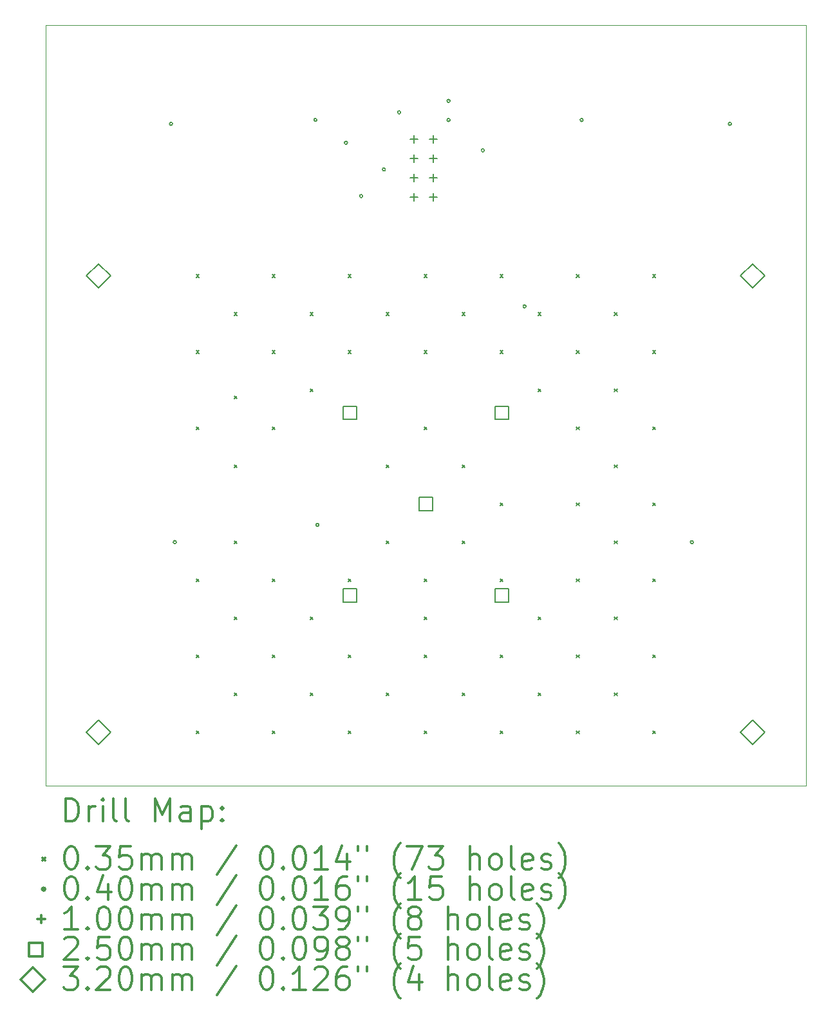
<source format=gbr>
%FSLAX45Y45*%
G04 Gerber Fmt 4.5, Leading zero omitted, Abs format (unit mm)*
G04 Created by KiCad (PCBNEW 4.0.7) date 06/11/18 22:56:20*
%MOMM*%
%LPD*%
G01*
G04 APERTURE LIST*
%ADD10C,0.127000*%
%ADD11C,0.100000*%
%ADD12C,0.200000*%
%ADD13C,0.300000*%
G04 APERTURE END LIST*
D10*
D11*
X10000000Y-5000000D02*
X10000000Y-15000000D01*
X20000000Y-5000000D02*
X10000000Y-5000000D01*
X20000000Y-15000000D02*
X20000000Y-5000000D01*
X10000000Y-15000000D02*
X20000000Y-15000000D01*
D12*
X11982500Y-8282500D02*
X12017500Y-8317500D01*
X12017500Y-8282500D02*
X11982500Y-8317500D01*
X11982500Y-9282500D02*
X12017500Y-9317500D01*
X12017500Y-9282500D02*
X11982500Y-9317500D01*
X11982500Y-10282500D02*
X12017500Y-10317500D01*
X12017500Y-10282500D02*
X11982500Y-10317500D01*
X11982500Y-12282500D02*
X12017500Y-12317500D01*
X12017500Y-12282500D02*
X11982500Y-12317500D01*
X11982500Y-13282500D02*
X12017500Y-13317500D01*
X12017500Y-13282500D02*
X11982500Y-13317500D01*
X11982500Y-14282500D02*
X12017500Y-14317500D01*
X12017500Y-14282500D02*
X11982500Y-14317500D01*
X12482500Y-8782500D02*
X12517500Y-8817500D01*
X12517500Y-8782500D02*
X12482500Y-8817500D01*
X12482500Y-9882500D02*
X12517500Y-9917500D01*
X12517500Y-9882500D02*
X12482500Y-9917500D01*
X12482500Y-10782500D02*
X12517500Y-10817500D01*
X12517500Y-10782500D02*
X12482500Y-10817500D01*
X12482500Y-11782500D02*
X12517500Y-11817500D01*
X12517500Y-11782500D02*
X12482500Y-11817500D01*
X12482500Y-12782500D02*
X12517500Y-12817500D01*
X12517500Y-12782500D02*
X12482500Y-12817500D01*
X12482500Y-13782500D02*
X12517500Y-13817500D01*
X12517500Y-13782500D02*
X12482500Y-13817500D01*
X12982500Y-8282500D02*
X13017500Y-8317500D01*
X13017500Y-8282500D02*
X12982500Y-8317500D01*
X12982500Y-9282500D02*
X13017500Y-9317500D01*
X13017500Y-9282500D02*
X12982500Y-9317500D01*
X12982500Y-10282500D02*
X13017500Y-10317500D01*
X13017500Y-10282500D02*
X12982500Y-10317500D01*
X12982500Y-12282500D02*
X13017500Y-12317500D01*
X13017500Y-12282500D02*
X12982500Y-12317500D01*
X12982500Y-13282500D02*
X13017500Y-13317500D01*
X13017500Y-13282500D02*
X12982500Y-13317500D01*
X12982500Y-14282500D02*
X13017500Y-14317500D01*
X13017500Y-14282500D02*
X12982500Y-14317500D01*
X13482500Y-8782500D02*
X13517500Y-8817500D01*
X13517500Y-8782500D02*
X13482500Y-8817500D01*
X13482500Y-9782500D02*
X13517500Y-9817500D01*
X13517500Y-9782500D02*
X13482500Y-9817500D01*
X13482500Y-12782500D02*
X13517500Y-12817500D01*
X13517500Y-12782500D02*
X13482500Y-12817500D01*
X13482500Y-13782500D02*
X13517500Y-13817500D01*
X13517500Y-13782500D02*
X13482500Y-13817500D01*
X13982500Y-8282500D02*
X14017500Y-8317500D01*
X14017500Y-8282500D02*
X13982500Y-8317500D01*
X13982500Y-9282500D02*
X14017500Y-9317500D01*
X14017500Y-9282500D02*
X13982500Y-9317500D01*
X13982500Y-12282500D02*
X14017500Y-12317500D01*
X14017500Y-12282500D02*
X13982500Y-12317500D01*
X13982500Y-13282500D02*
X14017500Y-13317500D01*
X14017500Y-13282500D02*
X13982500Y-13317500D01*
X13982500Y-13282500D02*
X14017500Y-13317500D01*
X14017500Y-13282500D02*
X13982500Y-13317500D01*
X13982500Y-14282500D02*
X14017500Y-14317500D01*
X14017500Y-14282500D02*
X13982500Y-14317500D01*
X14482500Y-8782500D02*
X14517500Y-8817500D01*
X14517500Y-8782500D02*
X14482500Y-8817500D01*
X14482500Y-10782500D02*
X14517500Y-10817500D01*
X14517500Y-10782500D02*
X14482500Y-10817500D01*
X14482500Y-11782500D02*
X14517500Y-11817500D01*
X14517500Y-11782500D02*
X14482500Y-11817500D01*
X14482500Y-13782500D02*
X14517500Y-13817500D01*
X14517500Y-13782500D02*
X14482500Y-13817500D01*
X14982500Y-8282500D02*
X15017500Y-8317500D01*
X15017500Y-8282500D02*
X14982500Y-8317500D01*
X14982500Y-9282500D02*
X15017500Y-9317500D01*
X15017500Y-9282500D02*
X14982500Y-9317500D01*
X14982500Y-10282500D02*
X15017500Y-10317500D01*
X15017500Y-10282500D02*
X14982500Y-10317500D01*
X14982500Y-12282500D02*
X15017500Y-12317500D01*
X15017500Y-12282500D02*
X14982500Y-12317500D01*
X14982500Y-12782500D02*
X15017500Y-12817500D01*
X15017500Y-12782500D02*
X14982500Y-12817500D01*
X14982500Y-13282500D02*
X15017500Y-13317500D01*
X15017500Y-13282500D02*
X14982500Y-13317500D01*
X14982500Y-14282500D02*
X15017500Y-14317500D01*
X15017500Y-14282500D02*
X14982500Y-14317500D01*
X15482500Y-8782500D02*
X15517500Y-8817500D01*
X15517500Y-8782500D02*
X15482500Y-8817500D01*
X15482500Y-10782500D02*
X15517500Y-10817500D01*
X15517500Y-10782500D02*
X15482500Y-10817500D01*
X15482500Y-11782500D02*
X15517500Y-11817500D01*
X15517500Y-11782500D02*
X15482500Y-11817500D01*
X15482500Y-13782500D02*
X15517500Y-13817500D01*
X15517500Y-13782500D02*
X15482500Y-13817500D01*
X15982500Y-8282500D02*
X16017500Y-8317500D01*
X16017500Y-8282500D02*
X15982500Y-8317500D01*
X15982500Y-9282500D02*
X16017500Y-9317500D01*
X16017500Y-9282500D02*
X15982500Y-9317500D01*
X15982500Y-11282500D02*
X16017500Y-11317500D01*
X16017500Y-11282500D02*
X15982500Y-11317500D01*
X15982500Y-12282500D02*
X16017500Y-12317500D01*
X16017500Y-12282500D02*
X15982500Y-12317500D01*
X15982500Y-13282500D02*
X16017500Y-13317500D01*
X16017500Y-13282500D02*
X15982500Y-13317500D01*
X15982500Y-14282500D02*
X16017500Y-14317500D01*
X16017500Y-14282500D02*
X15982500Y-14317500D01*
X16482500Y-8782500D02*
X16517500Y-8817500D01*
X16517500Y-8782500D02*
X16482500Y-8817500D01*
X16482500Y-9782500D02*
X16517500Y-9817500D01*
X16517500Y-9782500D02*
X16482500Y-9817500D01*
X16482500Y-12782500D02*
X16517500Y-12817500D01*
X16517500Y-12782500D02*
X16482500Y-12817500D01*
X16482500Y-13782500D02*
X16517500Y-13817500D01*
X16517500Y-13782500D02*
X16482500Y-13817500D01*
X16982500Y-8282500D02*
X17017500Y-8317500D01*
X17017500Y-8282500D02*
X16982500Y-8317500D01*
X16982500Y-9282500D02*
X17017500Y-9317500D01*
X17017500Y-9282500D02*
X16982500Y-9317500D01*
X16982500Y-10282500D02*
X17017500Y-10317500D01*
X17017500Y-10282500D02*
X16982500Y-10317500D01*
X16982500Y-11282500D02*
X17017500Y-11317500D01*
X17017500Y-11282500D02*
X16982500Y-11317500D01*
X16982500Y-12282500D02*
X17017500Y-12317500D01*
X17017500Y-12282500D02*
X16982500Y-12317500D01*
X16982500Y-13282500D02*
X17017500Y-13317500D01*
X17017500Y-13282500D02*
X16982500Y-13317500D01*
X16982500Y-14282500D02*
X17017500Y-14317500D01*
X17017500Y-14282500D02*
X16982500Y-14317500D01*
X17482500Y-8782500D02*
X17517500Y-8817500D01*
X17517500Y-8782500D02*
X17482500Y-8817500D01*
X17482500Y-9782500D02*
X17517500Y-9817500D01*
X17517500Y-9782500D02*
X17482500Y-9817500D01*
X17482500Y-10782500D02*
X17517500Y-10817500D01*
X17517500Y-10782500D02*
X17482500Y-10817500D01*
X17482500Y-11782500D02*
X17517500Y-11817500D01*
X17517500Y-11782500D02*
X17482500Y-11817500D01*
X17482500Y-12782500D02*
X17517500Y-12817500D01*
X17517500Y-12782500D02*
X17482500Y-12817500D01*
X17482500Y-13782500D02*
X17517500Y-13817500D01*
X17517500Y-13782500D02*
X17482500Y-13817500D01*
X17982500Y-8282500D02*
X18017500Y-8317500D01*
X18017500Y-8282500D02*
X17982500Y-8317500D01*
X17982500Y-9282500D02*
X18017500Y-9317500D01*
X18017500Y-9282500D02*
X17982500Y-9317500D01*
X17982500Y-10282500D02*
X18017500Y-10317500D01*
X18017500Y-10282500D02*
X17982500Y-10317500D01*
X17982500Y-11282500D02*
X18017500Y-11317500D01*
X18017500Y-11282500D02*
X17982500Y-11317500D01*
X17982500Y-12282500D02*
X18017500Y-12317500D01*
X18017500Y-12282500D02*
X17982500Y-12317500D01*
X17982500Y-13282500D02*
X18017500Y-13317500D01*
X18017500Y-13282500D02*
X17982500Y-13317500D01*
X17982500Y-14282500D02*
X18017500Y-14317500D01*
X18017500Y-14282500D02*
X17982500Y-14317500D01*
X11670000Y-6300000D02*
G75*
G03X11670000Y-6300000I-20000J0D01*
G01*
X11720000Y-11800000D02*
G75*
G03X11720000Y-11800000I-20000J0D01*
G01*
X13570000Y-6250000D02*
G75*
G03X13570000Y-6250000I-20000J0D01*
G01*
X13595000Y-11575000D02*
G75*
G03X13595000Y-11575000I-20000J0D01*
G01*
X13970000Y-6550000D02*
G75*
G03X13970000Y-6550000I-20000J0D01*
G01*
X14170000Y-7250000D02*
G75*
G03X14170000Y-7250000I-20000J0D01*
G01*
X14470000Y-6900000D02*
G75*
G03X14470000Y-6900000I-20000J0D01*
G01*
X14670000Y-6150000D02*
G75*
G03X14670000Y-6150000I-20000J0D01*
G01*
X15320000Y-6000000D02*
G75*
G03X15320000Y-6000000I-20000J0D01*
G01*
X15320000Y-6250000D02*
G75*
G03X15320000Y-6250000I-20000J0D01*
G01*
X15770000Y-6650000D02*
G75*
G03X15770000Y-6650000I-20000J0D01*
G01*
X16320000Y-8700000D02*
G75*
G03X16320000Y-8700000I-20000J0D01*
G01*
X17070000Y-6250000D02*
G75*
G03X17070000Y-6250000I-20000J0D01*
G01*
X18520000Y-11800000D02*
G75*
G03X18520000Y-11800000I-20000J0D01*
G01*
X19020000Y-6300000D02*
G75*
G03X19020000Y-6300000I-20000J0D01*
G01*
X14846000Y-6450000D02*
X14846000Y-6550000D01*
X14796000Y-6500000D02*
X14896000Y-6500000D01*
X14846000Y-6704000D02*
X14846000Y-6804000D01*
X14796000Y-6754000D02*
X14896000Y-6754000D01*
X14846000Y-6958000D02*
X14846000Y-7058000D01*
X14796000Y-7008000D02*
X14896000Y-7008000D01*
X14846000Y-7212000D02*
X14846000Y-7312000D01*
X14796000Y-7262000D02*
X14896000Y-7262000D01*
X15100000Y-6450000D02*
X15100000Y-6550000D01*
X15050000Y-6500000D02*
X15150000Y-6500000D01*
X15100000Y-6704000D02*
X15100000Y-6804000D01*
X15050000Y-6754000D02*
X15150000Y-6754000D01*
X15100000Y-6958000D02*
X15100000Y-7058000D01*
X15050000Y-7008000D02*
X15150000Y-7008000D01*
X15100000Y-7212000D02*
X15100000Y-7312000D01*
X15050000Y-7262000D02*
X15150000Y-7262000D01*
X14088389Y-10188389D02*
X14088389Y-10011611D01*
X13911611Y-10011611D01*
X13911611Y-10188389D01*
X14088389Y-10188389D01*
X14088389Y-12588389D02*
X14088389Y-12411611D01*
X13911611Y-12411611D01*
X13911611Y-12588389D01*
X14088389Y-12588389D01*
X15088389Y-11388389D02*
X15088389Y-11211611D01*
X14911611Y-11211611D01*
X14911611Y-11388389D01*
X15088389Y-11388389D01*
X16088389Y-10188389D02*
X16088389Y-10011611D01*
X15911611Y-10011611D01*
X15911611Y-10188389D01*
X16088389Y-10188389D01*
X16088389Y-12588389D02*
X16088389Y-12411611D01*
X15911611Y-12411611D01*
X15911611Y-12588389D01*
X16088389Y-12588389D01*
X10700000Y-8460000D02*
X10860000Y-8300000D01*
X10700000Y-8140000D01*
X10540000Y-8300000D01*
X10700000Y-8460000D01*
X10700000Y-14460000D02*
X10860000Y-14300000D01*
X10700000Y-14140000D01*
X10540000Y-14300000D01*
X10700000Y-14460000D01*
X19300000Y-8460000D02*
X19460000Y-8300000D01*
X19300000Y-8140000D01*
X19140000Y-8300000D01*
X19300000Y-8460000D01*
X19300000Y-14460000D02*
X19460000Y-14300000D01*
X19300000Y-14140000D01*
X19140000Y-14300000D01*
X19300000Y-14460000D01*
D13*
X10266429Y-15470714D02*
X10266429Y-15170714D01*
X10337857Y-15170714D01*
X10380714Y-15185000D01*
X10409286Y-15213571D01*
X10423571Y-15242143D01*
X10437857Y-15299286D01*
X10437857Y-15342143D01*
X10423571Y-15399286D01*
X10409286Y-15427857D01*
X10380714Y-15456429D01*
X10337857Y-15470714D01*
X10266429Y-15470714D01*
X10566429Y-15470714D02*
X10566429Y-15270714D01*
X10566429Y-15327857D02*
X10580714Y-15299286D01*
X10595000Y-15285000D01*
X10623571Y-15270714D01*
X10652143Y-15270714D01*
X10752143Y-15470714D02*
X10752143Y-15270714D01*
X10752143Y-15170714D02*
X10737857Y-15185000D01*
X10752143Y-15199286D01*
X10766429Y-15185000D01*
X10752143Y-15170714D01*
X10752143Y-15199286D01*
X10937857Y-15470714D02*
X10909286Y-15456429D01*
X10895000Y-15427857D01*
X10895000Y-15170714D01*
X11095000Y-15470714D02*
X11066429Y-15456429D01*
X11052143Y-15427857D01*
X11052143Y-15170714D01*
X11437857Y-15470714D02*
X11437857Y-15170714D01*
X11537857Y-15385000D01*
X11637857Y-15170714D01*
X11637857Y-15470714D01*
X11909286Y-15470714D02*
X11909286Y-15313571D01*
X11895000Y-15285000D01*
X11866428Y-15270714D01*
X11809286Y-15270714D01*
X11780714Y-15285000D01*
X11909286Y-15456429D02*
X11880714Y-15470714D01*
X11809286Y-15470714D01*
X11780714Y-15456429D01*
X11766428Y-15427857D01*
X11766428Y-15399286D01*
X11780714Y-15370714D01*
X11809286Y-15356429D01*
X11880714Y-15356429D01*
X11909286Y-15342143D01*
X12052143Y-15270714D02*
X12052143Y-15570714D01*
X12052143Y-15285000D02*
X12080714Y-15270714D01*
X12137857Y-15270714D01*
X12166428Y-15285000D01*
X12180714Y-15299286D01*
X12195000Y-15327857D01*
X12195000Y-15413571D01*
X12180714Y-15442143D01*
X12166428Y-15456429D01*
X12137857Y-15470714D01*
X12080714Y-15470714D01*
X12052143Y-15456429D01*
X12323571Y-15442143D02*
X12337857Y-15456429D01*
X12323571Y-15470714D01*
X12309286Y-15456429D01*
X12323571Y-15442143D01*
X12323571Y-15470714D01*
X12323571Y-15285000D02*
X12337857Y-15299286D01*
X12323571Y-15313571D01*
X12309286Y-15299286D01*
X12323571Y-15285000D01*
X12323571Y-15313571D01*
X9960000Y-15947500D02*
X9995000Y-15982500D01*
X9995000Y-15947500D02*
X9960000Y-15982500D01*
X10323571Y-15800714D02*
X10352143Y-15800714D01*
X10380714Y-15815000D01*
X10395000Y-15829286D01*
X10409286Y-15857857D01*
X10423571Y-15915000D01*
X10423571Y-15986429D01*
X10409286Y-16043571D01*
X10395000Y-16072143D01*
X10380714Y-16086429D01*
X10352143Y-16100714D01*
X10323571Y-16100714D01*
X10295000Y-16086429D01*
X10280714Y-16072143D01*
X10266429Y-16043571D01*
X10252143Y-15986429D01*
X10252143Y-15915000D01*
X10266429Y-15857857D01*
X10280714Y-15829286D01*
X10295000Y-15815000D01*
X10323571Y-15800714D01*
X10552143Y-16072143D02*
X10566429Y-16086429D01*
X10552143Y-16100714D01*
X10537857Y-16086429D01*
X10552143Y-16072143D01*
X10552143Y-16100714D01*
X10666428Y-15800714D02*
X10852143Y-15800714D01*
X10752143Y-15915000D01*
X10795000Y-15915000D01*
X10823571Y-15929286D01*
X10837857Y-15943571D01*
X10852143Y-15972143D01*
X10852143Y-16043571D01*
X10837857Y-16072143D01*
X10823571Y-16086429D01*
X10795000Y-16100714D01*
X10709286Y-16100714D01*
X10680714Y-16086429D01*
X10666428Y-16072143D01*
X11123571Y-15800714D02*
X10980714Y-15800714D01*
X10966429Y-15943571D01*
X10980714Y-15929286D01*
X11009286Y-15915000D01*
X11080714Y-15915000D01*
X11109286Y-15929286D01*
X11123571Y-15943571D01*
X11137857Y-15972143D01*
X11137857Y-16043571D01*
X11123571Y-16072143D01*
X11109286Y-16086429D01*
X11080714Y-16100714D01*
X11009286Y-16100714D01*
X10980714Y-16086429D01*
X10966429Y-16072143D01*
X11266428Y-16100714D02*
X11266428Y-15900714D01*
X11266428Y-15929286D02*
X11280714Y-15915000D01*
X11309286Y-15900714D01*
X11352143Y-15900714D01*
X11380714Y-15915000D01*
X11395000Y-15943571D01*
X11395000Y-16100714D01*
X11395000Y-15943571D02*
X11409286Y-15915000D01*
X11437857Y-15900714D01*
X11480714Y-15900714D01*
X11509286Y-15915000D01*
X11523571Y-15943571D01*
X11523571Y-16100714D01*
X11666428Y-16100714D02*
X11666428Y-15900714D01*
X11666428Y-15929286D02*
X11680714Y-15915000D01*
X11709286Y-15900714D01*
X11752143Y-15900714D01*
X11780714Y-15915000D01*
X11795000Y-15943571D01*
X11795000Y-16100714D01*
X11795000Y-15943571D02*
X11809286Y-15915000D01*
X11837857Y-15900714D01*
X11880714Y-15900714D01*
X11909286Y-15915000D01*
X11923571Y-15943571D01*
X11923571Y-16100714D01*
X12509286Y-15786429D02*
X12252143Y-16172143D01*
X12895000Y-15800714D02*
X12923571Y-15800714D01*
X12952143Y-15815000D01*
X12966428Y-15829286D01*
X12980714Y-15857857D01*
X12995000Y-15915000D01*
X12995000Y-15986429D01*
X12980714Y-16043571D01*
X12966428Y-16072143D01*
X12952143Y-16086429D01*
X12923571Y-16100714D01*
X12895000Y-16100714D01*
X12866428Y-16086429D01*
X12852143Y-16072143D01*
X12837857Y-16043571D01*
X12823571Y-15986429D01*
X12823571Y-15915000D01*
X12837857Y-15857857D01*
X12852143Y-15829286D01*
X12866428Y-15815000D01*
X12895000Y-15800714D01*
X13123571Y-16072143D02*
X13137857Y-16086429D01*
X13123571Y-16100714D01*
X13109286Y-16086429D01*
X13123571Y-16072143D01*
X13123571Y-16100714D01*
X13323571Y-15800714D02*
X13352143Y-15800714D01*
X13380714Y-15815000D01*
X13395000Y-15829286D01*
X13409285Y-15857857D01*
X13423571Y-15915000D01*
X13423571Y-15986429D01*
X13409285Y-16043571D01*
X13395000Y-16072143D01*
X13380714Y-16086429D01*
X13352143Y-16100714D01*
X13323571Y-16100714D01*
X13295000Y-16086429D01*
X13280714Y-16072143D01*
X13266428Y-16043571D01*
X13252143Y-15986429D01*
X13252143Y-15915000D01*
X13266428Y-15857857D01*
X13280714Y-15829286D01*
X13295000Y-15815000D01*
X13323571Y-15800714D01*
X13709285Y-16100714D02*
X13537857Y-16100714D01*
X13623571Y-16100714D02*
X13623571Y-15800714D01*
X13595000Y-15843571D01*
X13566428Y-15872143D01*
X13537857Y-15886429D01*
X13966428Y-15900714D02*
X13966428Y-16100714D01*
X13895000Y-15786429D02*
X13823571Y-16000714D01*
X14009285Y-16000714D01*
X14109286Y-15800714D02*
X14109286Y-15857857D01*
X14223571Y-15800714D02*
X14223571Y-15857857D01*
X14666428Y-16215000D02*
X14652143Y-16200714D01*
X14623571Y-16157857D01*
X14609285Y-16129286D01*
X14595000Y-16086429D01*
X14580714Y-16015000D01*
X14580714Y-15957857D01*
X14595000Y-15886429D01*
X14609285Y-15843571D01*
X14623571Y-15815000D01*
X14652143Y-15772143D01*
X14666428Y-15757857D01*
X14752143Y-15800714D02*
X14952143Y-15800714D01*
X14823571Y-16100714D01*
X15037857Y-15800714D02*
X15223571Y-15800714D01*
X15123571Y-15915000D01*
X15166428Y-15915000D01*
X15195000Y-15929286D01*
X15209285Y-15943571D01*
X15223571Y-15972143D01*
X15223571Y-16043571D01*
X15209285Y-16072143D01*
X15195000Y-16086429D01*
X15166428Y-16100714D01*
X15080714Y-16100714D01*
X15052143Y-16086429D01*
X15037857Y-16072143D01*
X15580714Y-16100714D02*
X15580714Y-15800714D01*
X15709285Y-16100714D02*
X15709285Y-15943571D01*
X15695000Y-15915000D01*
X15666428Y-15900714D01*
X15623571Y-15900714D01*
X15595000Y-15915000D01*
X15580714Y-15929286D01*
X15895000Y-16100714D02*
X15866428Y-16086429D01*
X15852143Y-16072143D01*
X15837857Y-16043571D01*
X15837857Y-15957857D01*
X15852143Y-15929286D01*
X15866428Y-15915000D01*
X15895000Y-15900714D01*
X15937857Y-15900714D01*
X15966428Y-15915000D01*
X15980714Y-15929286D01*
X15995000Y-15957857D01*
X15995000Y-16043571D01*
X15980714Y-16072143D01*
X15966428Y-16086429D01*
X15937857Y-16100714D01*
X15895000Y-16100714D01*
X16166428Y-16100714D02*
X16137857Y-16086429D01*
X16123571Y-16057857D01*
X16123571Y-15800714D01*
X16395000Y-16086429D02*
X16366428Y-16100714D01*
X16309286Y-16100714D01*
X16280714Y-16086429D01*
X16266428Y-16057857D01*
X16266428Y-15943571D01*
X16280714Y-15915000D01*
X16309286Y-15900714D01*
X16366428Y-15900714D01*
X16395000Y-15915000D01*
X16409286Y-15943571D01*
X16409286Y-15972143D01*
X16266428Y-16000714D01*
X16523571Y-16086429D02*
X16552143Y-16100714D01*
X16609286Y-16100714D01*
X16637857Y-16086429D01*
X16652143Y-16057857D01*
X16652143Y-16043571D01*
X16637857Y-16015000D01*
X16609286Y-16000714D01*
X16566428Y-16000714D01*
X16537857Y-15986429D01*
X16523571Y-15957857D01*
X16523571Y-15943571D01*
X16537857Y-15915000D01*
X16566428Y-15900714D01*
X16609286Y-15900714D01*
X16637857Y-15915000D01*
X16752143Y-16215000D02*
X16766428Y-16200714D01*
X16795000Y-16157857D01*
X16809286Y-16129286D01*
X16823571Y-16086429D01*
X16837857Y-16015000D01*
X16837857Y-15957857D01*
X16823571Y-15886429D01*
X16809286Y-15843571D01*
X16795000Y-15815000D01*
X16766428Y-15772143D01*
X16752143Y-15757857D01*
X9995000Y-16361000D02*
G75*
G03X9995000Y-16361000I-20000J0D01*
G01*
X10323571Y-16196714D02*
X10352143Y-16196714D01*
X10380714Y-16211000D01*
X10395000Y-16225286D01*
X10409286Y-16253857D01*
X10423571Y-16311000D01*
X10423571Y-16382429D01*
X10409286Y-16439571D01*
X10395000Y-16468143D01*
X10380714Y-16482429D01*
X10352143Y-16496714D01*
X10323571Y-16496714D01*
X10295000Y-16482429D01*
X10280714Y-16468143D01*
X10266429Y-16439571D01*
X10252143Y-16382429D01*
X10252143Y-16311000D01*
X10266429Y-16253857D01*
X10280714Y-16225286D01*
X10295000Y-16211000D01*
X10323571Y-16196714D01*
X10552143Y-16468143D02*
X10566429Y-16482429D01*
X10552143Y-16496714D01*
X10537857Y-16482429D01*
X10552143Y-16468143D01*
X10552143Y-16496714D01*
X10823571Y-16296714D02*
X10823571Y-16496714D01*
X10752143Y-16182429D02*
X10680714Y-16396714D01*
X10866428Y-16396714D01*
X11037857Y-16196714D02*
X11066429Y-16196714D01*
X11095000Y-16211000D01*
X11109286Y-16225286D01*
X11123571Y-16253857D01*
X11137857Y-16311000D01*
X11137857Y-16382429D01*
X11123571Y-16439571D01*
X11109286Y-16468143D01*
X11095000Y-16482429D01*
X11066429Y-16496714D01*
X11037857Y-16496714D01*
X11009286Y-16482429D01*
X10995000Y-16468143D01*
X10980714Y-16439571D01*
X10966429Y-16382429D01*
X10966429Y-16311000D01*
X10980714Y-16253857D01*
X10995000Y-16225286D01*
X11009286Y-16211000D01*
X11037857Y-16196714D01*
X11266428Y-16496714D02*
X11266428Y-16296714D01*
X11266428Y-16325286D02*
X11280714Y-16311000D01*
X11309286Y-16296714D01*
X11352143Y-16296714D01*
X11380714Y-16311000D01*
X11395000Y-16339571D01*
X11395000Y-16496714D01*
X11395000Y-16339571D02*
X11409286Y-16311000D01*
X11437857Y-16296714D01*
X11480714Y-16296714D01*
X11509286Y-16311000D01*
X11523571Y-16339571D01*
X11523571Y-16496714D01*
X11666428Y-16496714D02*
X11666428Y-16296714D01*
X11666428Y-16325286D02*
X11680714Y-16311000D01*
X11709286Y-16296714D01*
X11752143Y-16296714D01*
X11780714Y-16311000D01*
X11795000Y-16339571D01*
X11795000Y-16496714D01*
X11795000Y-16339571D02*
X11809286Y-16311000D01*
X11837857Y-16296714D01*
X11880714Y-16296714D01*
X11909286Y-16311000D01*
X11923571Y-16339571D01*
X11923571Y-16496714D01*
X12509286Y-16182429D02*
X12252143Y-16568143D01*
X12895000Y-16196714D02*
X12923571Y-16196714D01*
X12952143Y-16211000D01*
X12966428Y-16225286D01*
X12980714Y-16253857D01*
X12995000Y-16311000D01*
X12995000Y-16382429D01*
X12980714Y-16439571D01*
X12966428Y-16468143D01*
X12952143Y-16482429D01*
X12923571Y-16496714D01*
X12895000Y-16496714D01*
X12866428Y-16482429D01*
X12852143Y-16468143D01*
X12837857Y-16439571D01*
X12823571Y-16382429D01*
X12823571Y-16311000D01*
X12837857Y-16253857D01*
X12852143Y-16225286D01*
X12866428Y-16211000D01*
X12895000Y-16196714D01*
X13123571Y-16468143D02*
X13137857Y-16482429D01*
X13123571Y-16496714D01*
X13109286Y-16482429D01*
X13123571Y-16468143D01*
X13123571Y-16496714D01*
X13323571Y-16196714D02*
X13352143Y-16196714D01*
X13380714Y-16211000D01*
X13395000Y-16225286D01*
X13409285Y-16253857D01*
X13423571Y-16311000D01*
X13423571Y-16382429D01*
X13409285Y-16439571D01*
X13395000Y-16468143D01*
X13380714Y-16482429D01*
X13352143Y-16496714D01*
X13323571Y-16496714D01*
X13295000Y-16482429D01*
X13280714Y-16468143D01*
X13266428Y-16439571D01*
X13252143Y-16382429D01*
X13252143Y-16311000D01*
X13266428Y-16253857D01*
X13280714Y-16225286D01*
X13295000Y-16211000D01*
X13323571Y-16196714D01*
X13709285Y-16496714D02*
X13537857Y-16496714D01*
X13623571Y-16496714D02*
X13623571Y-16196714D01*
X13595000Y-16239571D01*
X13566428Y-16268143D01*
X13537857Y-16282429D01*
X13966428Y-16196714D02*
X13909285Y-16196714D01*
X13880714Y-16211000D01*
X13866428Y-16225286D01*
X13837857Y-16268143D01*
X13823571Y-16325286D01*
X13823571Y-16439571D01*
X13837857Y-16468143D01*
X13852143Y-16482429D01*
X13880714Y-16496714D01*
X13937857Y-16496714D01*
X13966428Y-16482429D01*
X13980714Y-16468143D01*
X13995000Y-16439571D01*
X13995000Y-16368143D01*
X13980714Y-16339571D01*
X13966428Y-16325286D01*
X13937857Y-16311000D01*
X13880714Y-16311000D01*
X13852143Y-16325286D01*
X13837857Y-16339571D01*
X13823571Y-16368143D01*
X14109286Y-16196714D02*
X14109286Y-16253857D01*
X14223571Y-16196714D02*
X14223571Y-16253857D01*
X14666428Y-16611000D02*
X14652143Y-16596714D01*
X14623571Y-16553857D01*
X14609285Y-16525286D01*
X14595000Y-16482429D01*
X14580714Y-16411000D01*
X14580714Y-16353857D01*
X14595000Y-16282429D01*
X14609285Y-16239571D01*
X14623571Y-16211000D01*
X14652143Y-16168143D01*
X14666428Y-16153857D01*
X14937857Y-16496714D02*
X14766428Y-16496714D01*
X14852143Y-16496714D02*
X14852143Y-16196714D01*
X14823571Y-16239571D01*
X14795000Y-16268143D01*
X14766428Y-16282429D01*
X15209285Y-16196714D02*
X15066428Y-16196714D01*
X15052143Y-16339571D01*
X15066428Y-16325286D01*
X15095000Y-16311000D01*
X15166428Y-16311000D01*
X15195000Y-16325286D01*
X15209285Y-16339571D01*
X15223571Y-16368143D01*
X15223571Y-16439571D01*
X15209285Y-16468143D01*
X15195000Y-16482429D01*
X15166428Y-16496714D01*
X15095000Y-16496714D01*
X15066428Y-16482429D01*
X15052143Y-16468143D01*
X15580714Y-16496714D02*
X15580714Y-16196714D01*
X15709285Y-16496714D02*
X15709285Y-16339571D01*
X15695000Y-16311000D01*
X15666428Y-16296714D01*
X15623571Y-16296714D01*
X15595000Y-16311000D01*
X15580714Y-16325286D01*
X15895000Y-16496714D02*
X15866428Y-16482429D01*
X15852143Y-16468143D01*
X15837857Y-16439571D01*
X15837857Y-16353857D01*
X15852143Y-16325286D01*
X15866428Y-16311000D01*
X15895000Y-16296714D01*
X15937857Y-16296714D01*
X15966428Y-16311000D01*
X15980714Y-16325286D01*
X15995000Y-16353857D01*
X15995000Y-16439571D01*
X15980714Y-16468143D01*
X15966428Y-16482429D01*
X15937857Y-16496714D01*
X15895000Y-16496714D01*
X16166428Y-16496714D02*
X16137857Y-16482429D01*
X16123571Y-16453857D01*
X16123571Y-16196714D01*
X16395000Y-16482429D02*
X16366428Y-16496714D01*
X16309286Y-16496714D01*
X16280714Y-16482429D01*
X16266428Y-16453857D01*
X16266428Y-16339571D01*
X16280714Y-16311000D01*
X16309286Y-16296714D01*
X16366428Y-16296714D01*
X16395000Y-16311000D01*
X16409286Y-16339571D01*
X16409286Y-16368143D01*
X16266428Y-16396714D01*
X16523571Y-16482429D02*
X16552143Y-16496714D01*
X16609286Y-16496714D01*
X16637857Y-16482429D01*
X16652143Y-16453857D01*
X16652143Y-16439571D01*
X16637857Y-16411000D01*
X16609286Y-16396714D01*
X16566428Y-16396714D01*
X16537857Y-16382429D01*
X16523571Y-16353857D01*
X16523571Y-16339571D01*
X16537857Y-16311000D01*
X16566428Y-16296714D01*
X16609286Y-16296714D01*
X16637857Y-16311000D01*
X16752143Y-16611000D02*
X16766428Y-16596714D01*
X16795000Y-16553857D01*
X16809286Y-16525286D01*
X16823571Y-16482429D01*
X16837857Y-16411000D01*
X16837857Y-16353857D01*
X16823571Y-16282429D01*
X16809286Y-16239571D01*
X16795000Y-16211000D01*
X16766428Y-16168143D01*
X16752143Y-16153857D01*
X9945000Y-16707000D02*
X9945000Y-16807000D01*
X9895000Y-16757000D02*
X9995000Y-16757000D01*
X10423571Y-16892714D02*
X10252143Y-16892714D01*
X10337857Y-16892714D02*
X10337857Y-16592714D01*
X10309286Y-16635571D01*
X10280714Y-16664143D01*
X10252143Y-16678429D01*
X10552143Y-16864143D02*
X10566429Y-16878429D01*
X10552143Y-16892714D01*
X10537857Y-16878429D01*
X10552143Y-16864143D01*
X10552143Y-16892714D01*
X10752143Y-16592714D02*
X10780714Y-16592714D01*
X10809286Y-16607000D01*
X10823571Y-16621286D01*
X10837857Y-16649857D01*
X10852143Y-16707000D01*
X10852143Y-16778429D01*
X10837857Y-16835572D01*
X10823571Y-16864143D01*
X10809286Y-16878429D01*
X10780714Y-16892714D01*
X10752143Y-16892714D01*
X10723571Y-16878429D01*
X10709286Y-16864143D01*
X10695000Y-16835572D01*
X10680714Y-16778429D01*
X10680714Y-16707000D01*
X10695000Y-16649857D01*
X10709286Y-16621286D01*
X10723571Y-16607000D01*
X10752143Y-16592714D01*
X11037857Y-16592714D02*
X11066429Y-16592714D01*
X11095000Y-16607000D01*
X11109286Y-16621286D01*
X11123571Y-16649857D01*
X11137857Y-16707000D01*
X11137857Y-16778429D01*
X11123571Y-16835572D01*
X11109286Y-16864143D01*
X11095000Y-16878429D01*
X11066429Y-16892714D01*
X11037857Y-16892714D01*
X11009286Y-16878429D01*
X10995000Y-16864143D01*
X10980714Y-16835572D01*
X10966429Y-16778429D01*
X10966429Y-16707000D01*
X10980714Y-16649857D01*
X10995000Y-16621286D01*
X11009286Y-16607000D01*
X11037857Y-16592714D01*
X11266428Y-16892714D02*
X11266428Y-16692714D01*
X11266428Y-16721286D02*
X11280714Y-16707000D01*
X11309286Y-16692714D01*
X11352143Y-16692714D01*
X11380714Y-16707000D01*
X11395000Y-16735571D01*
X11395000Y-16892714D01*
X11395000Y-16735571D02*
X11409286Y-16707000D01*
X11437857Y-16692714D01*
X11480714Y-16692714D01*
X11509286Y-16707000D01*
X11523571Y-16735571D01*
X11523571Y-16892714D01*
X11666428Y-16892714D02*
X11666428Y-16692714D01*
X11666428Y-16721286D02*
X11680714Y-16707000D01*
X11709286Y-16692714D01*
X11752143Y-16692714D01*
X11780714Y-16707000D01*
X11795000Y-16735571D01*
X11795000Y-16892714D01*
X11795000Y-16735571D02*
X11809286Y-16707000D01*
X11837857Y-16692714D01*
X11880714Y-16692714D01*
X11909286Y-16707000D01*
X11923571Y-16735571D01*
X11923571Y-16892714D01*
X12509286Y-16578429D02*
X12252143Y-16964143D01*
X12895000Y-16592714D02*
X12923571Y-16592714D01*
X12952143Y-16607000D01*
X12966428Y-16621286D01*
X12980714Y-16649857D01*
X12995000Y-16707000D01*
X12995000Y-16778429D01*
X12980714Y-16835572D01*
X12966428Y-16864143D01*
X12952143Y-16878429D01*
X12923571Y-16892714D01*
X12895000Y-16892714D01*
X12866428Y-16878429D01*
X12852143Y-16864143D01*
X12837857Y-16835572D01*
X12823571Y-16778429D01*
X12823571Y-16707000D01*
X12837857Y-16649857D01*
X12852143Y-16621286D01*
X12866428Y-16607000D01*
X12895000Y-16592714D01*
X13123571Y-16864143D02*
X13137857Y-16878429D01*
X13123571Y-16892714D01*
X13109286Y-16878429D01*
X13123571Y-16864143D01*
X13123571Y-16892714D01*
X13323571Y-16592714D02*
X13352143Y-16592714D01*
X13380714Y-16607000D01*
X13395000Y-16621286D01*
X13409285Y-16649857D01*
X13423571Y-16707000D01*
X13423571Y-16778429D01*
X13409285Y-16835572D01*
X13395000Y-16864143D01*
X13380714Y-16878429D01*
X13352143Y-16892714D01*
X13323571Y-16892714D01*
X13295000Y-16878429D01*
X13280714Y-16864143D01*
X13266428Y-16835572D01*
X13252143Y-16778429D01*
X13252143Y-16707000D01*
X13266428Y-16649857D01*
X13280714Y-16621286D01*
X13295000Y-16607000D01*
X13323571Y-16592714D01*
X13523571Y-16592714D02*
X13709285Y-16592714D01*
X13609285Y-16707000D01*
X13652143Y-16707000D01*
X13680714Y-16721286D01*
X13695000Y-16735571D01*
X13709285Y-16764143D01*
X13709285Y-16835572D01*
X13695000Y-16864143D01*
X13680714Y-16878429D01*
X13652143Y-16892714D01*
X13566428Y-16892714D01*
X13537857Y-16878429D01*
X13523571Y-16864143D01*
X13852143Y-16892714D02*
X13909285Y-16892714D01*
X13937857Y-16878429D01*
X13952143Y-16864143D01*
X13980714Y-16821286D01*
X13995000Y-16764143D01*
X13995000Y-16649857D01*
X13980714Y-16621286D01*
X13966428Y-16607000D01*
X13937857Y-16592714D01*
X13880714Y-16592714D01*
X13852143Y-16607000D01*
X13837857Y-16621286D01*
X13823571Y-16649857D01*
X13823571Y-16721286D01*
X13837857Y-16749857D01*
X13852143Y-16764143D01*
X13880714Y-16778429D01*
X13937857Y-16778429D01*
X13966428Y-16764143D01*
X13980714Y-16749857D01*
X13995000Y-16721286D01*
X14109286Y-16592714D02*
X14109286Y-16649857D01*
X14223571Y-16592714D02*
X14223571Y-16649857D01*
X14666428Y-17007000D02*
X14652143Y-16992714D01*
X14623571Y-16949857D01*
X14609285Y-16921286D01*
X14595000Y-16878429D01*
X14580714Y-16807000D01*
X14580714Y-16749857D01*
X14595000Y-16678429D01*
X14609285Y-16635571D01*
X14623571Y-16607000D01*
X14652143Y-16564143D01*
X14666428Y-16549857D01*
X14823571Y-16721286D02*
X14795000Y-16707000D01*
X14780714Y-16692714D01*
X14766428Y-16664143D01*
X14766428Y-16649857D01*
X14780714Y-16621286D01*
X14795000Y-16607000D01*
X14823571Y-16592714D01*
X14880714Y-16592714D01*
X14909285Y-16607000D01*
X14923571Y-16621286D01*
X14937857Y-16649857D01*
X14937857Y-16664143D01*
X14923571Y-16692714D01*
X14909285Y-16707000D01*
X14880714Y-16721286D01*
X14823571Y-16721286D01*
X14795000Y-16735571D01*
X14780714Y-16749857D01*
X14766428Y-16778429D01*
X14766428Y-16835572D01*
X14780714Y-16864143D01*
X14795000Y-16878429D01*
X14823571Y-16892714D01*
X14880714Y-16892714D01*
X14909285Y-16878429D01*
X14923571Y-16864143D01*
X14937857Y-16835572D01*
X14937857Y-16778429D01*
X14923571Y-16749857D01*
X14909285Y-16735571D01*
X14880714Y-16721286D01*
X15295000Y-16892714D02*
X15295000Y-16592714D01*
X15423571Y-16892714D02*
X15423571Y-16735571D01*
X15409285Y-16707000D01*
X15380714Y-16692714D01*
X15337857Y-16692714D01*
X15309285Y-16707000D01*
X15295000Y-16721286D01*
X15609285Y-16892714D02*
X15580714Y-16878429D01*
X15566428Y-16864143D01*
X15552143Y-16835572D01*
X15552143Y-16749857D01*
X15566428Y-16721286D01*
X15580714Y-16707000D01*
X15609285Y-16692714D01*
X15652143Y-16692714D01*
X15680714Y-16707000D01*
X15695000Y-16721286D01*
X15709285Y-16749857D01*
X15709285Y-16835572D01*
X15695000Y-16864143D01*
X15680714Y-16878429D01*
X15652143Y-16892714D01*
X15609285Y-16892714D01*
X15880714Y-16892714D02*
X15852143Y-16878429D01*
X15837857Y-16849857D01*
X15837857Y-16592714D01*
X16109286Y-16878429D02*
X16080714Y-16892714D01*
X16023571Y-16892714D01*
X15995000Y-16878429D01*
X15980714Y-16849857D01*
X15980714Y-16735571D01*
X15995000Y-16707000D01*
X16023571Y-16692714D01*
X16080714Y-16692714D01*
X16109286Y-16707000D01*
X16123571Y-16735571D01*
X16123571Y-16764143D01*
X15980714Y-16792714D01*
X16237857Y-16878429D02*
X16266428Y-16892714D01*
X16323571Y-16892714D01*
X16352143Y-16878429D01*
X16366428Y-16849857D01*
X16366428Y-16835572D01*
X16352143Y-16807000D01*
X16323571Y-16792714D01*
X16280714Y-16792714D01*
X16252143Y-16778429D01*
X16237857Y-16749857D01*
X16237857Y-16735571D01*
X16252143Y-16707000D01*
X16280714Y-16692714D01*
X16323571Y-16692714D01*
X16352143Y-16707000D01*
X16466428Y-17007000D02*
X16480714Y-16992714D01*
X16509286Y-16949857D01*
X16523571Y-16921286D01*
X16537857Y-16878429D01*
X16552143Y-16807000D01*
X16552143Y-16749857D01*
X16537857Y-16678429D01*
X16523571Y-16635571D01*
X16509286Y-16607000D01*
X16480714Y-16564143D01*
X16466428Y-16549857D01*
X9958389Y-17241389D02*
X9958389Y-17064611D01*
X9781611Y-17064611D01*
X9781611Y-17241389D01*
X9958389Y-17241389D01*
X10252143Y-17017286D02*
X10266429Y-17003000D01*
X10295000Y-16988714D01*
X10366429Y-16988714D01*
X10395000Y-17003000D01*
X10409286Y-17017286D01*
X10423571Y-17045857D01*
X10423571Y-17074429D01*
X10409286Y-17117286D01*
X10237857Y-17288714D01*
X10423571Y-17288714D01*
X10552143Y-17260143D02*
X10566429Y-17274429D01*
X10552143Y-17288714D01*
X10537857Y-17274429D01*
X10552143Y-17260143D01*
X10552143Y-17288714D01*
X10837857Y-16988714D02*
X10695000Y-16988714D01*
X10680714Y-17131572D01*
X10695000Y-17117286D01*
X10723571Y-17103000D01*
X10795000Y-17103000D01*
X10823571Y-17117286D01*
X10837857Y-17131572D01*
X10852143Y-17160143D01*
X10852143Y-17231572D01*
X10837857Y-17260143D01*
X10823571Y-17274429D01*
X10795000Y-17288714D01*
X10723571Y-17288714D01*
X10695000Y-17274429D01*
X10680714Y-17260143D01*
X11037857Y-16988714D02*
X11066429Y-16988714D01*
X11095000Y-17003000D01*
X11109286Y-17017286D01*
X11123571Y-17045857D01*
X11137857Y-17103000D01*
X11137857Y-17174429D01*
X11123571Y-17231572D01*
X11109286Y-17260143D01*
X11095000Y-17274429D01*
X11066429Y-17288714D01*
X11037857Y-17288714D01*
X11009286Y-17274429D01*
X10995000Y-17260143D01*
X10980714Y-17231572D01*
X10966429Y-17174429D01*
X10966429Y-17103000D01*
X10980714Y-17045857D01*
X10995000Y-17017286D01*
X11009286Y-17003000D01*
X11037857Y-16988714D01*
X11266428Y-17288714D02*
X11266428Y-17088714D01*
X11266428Y-17117286D02*
X11280714Y-17103000D01*
X11309286Y-17088714D01*
X11352143Y-17088714D01*
X11380714Y-17103000D01*
X11395000Y-17131572D01*
X11395000Y-17288714D01*
X11395000Y-17131572D02*
X11409286Y-17103000D01*
X11437857Y-17088714D01*
X11480714Y-17088714D01*
X11509286Y-17103000D01*
X11523571Y-17131572D01*
X11523571Y-17288714D01*
X11666428Y-17288714D02*
X11666428Y-17088714D01*
X11666428Y-17117286D02*
X11680714Y-17103000D01*
X11709286Y-17088714D01*
X11752143Y-17088714D01*
X11780714Y-17103000D01*
X11795000Y-17131572D01*
X11795000Y-17288714D01*
X11795000Y-17131572D02*
X11809286Y-17103000D01*
X11837857Y-17088714D01*
X11880714Y-17088714D01*
X11909286Y-17103000D01*
X11923571Y-17131572D01*
X11923571Y-17288714D01*
X12509286Y-16974429D02*
X12252143Y-17360143D01*
X12895000Y-16988714D02*
X12923571Y-16988714D01*
X12952143Y-17003000D01*
X12966428Y-17017286D01*
X12980714Y-17045857D01*
X12995000Y-17103000D01*
X12995000Y-17174429D01*
X12980714Y-17231572D01*
X12966428Y-17260143D01*
X12952143Y-17274429D01*
X12923571Y-17288714D01*
X12895000Y-17288714D01*
X12866428Y-17274429D01*
X12852143Y-17260143D01*
X12837857Y-17231572D01*
X12823571Y-17174429D01*
X12823571Y-17103000D01*
X12837857Y-17045857D01*
X12852143Y-17017286D01*
X12866428Y-17003000D01*
X12895000Y-16988714D01*
X13123571Y-17260143D02*
X13137857Y-17274429D01*
X13123571Y-17288714D01*
X13109286Y-17274429D01*
X13123571Y-17260143D01*
X13123571Y-17288714D01*
X13323571Y-16988714D02*
X13352143Y-16988714D01*
X13380714Y-17003000D01*
X13395000Y-17017286D01*
X13409285Y-17045857D01*
X13423571Y-17103000D01*
X13423571Y-17174429D01*
X13409285Y-17231572D01*
X13395000Y-17260143D01*
X13380714Y-17274429D01*
X13352143Y-17288714D01*
X13323571Y-17288714D01*
X13295000Y-17274429D01*
X13280714Y-17260143D01*
X13266428Y-17231572D01*
X13252143Y-17174429D01*
X13252143Y-17103000D01*
X13266428Y-17045857D01*
X13280714Y-17017286D01*
X13295000Y-17003000D01*
X13323571Y-16988714D01*
X13566428Y-17288714D02*
X13623571Y-17288714D01*
X13652143Y-17274429D01*
X13666428Y-17260143D01*
X13695000Y-17217286D01*
X13709285Y-17160143D01*
X13709285Y-17045857D01*
X13695000Y-17017286D01*
X13680714Y-17003000D01*
X13652143Y-16988714D01*
X13595000Y-16988714D01*
X13566428Y-17003000D01*
X13552143Y-17017286D01*
X13537857Y-17045857D01*
X13537857Y-17117286D01*
X13552143Y-17145857D01*
X13566428Y-17160143D01*
X13595000Y-17174429D01*
X13652143Y-17174429D01*
X13680714Y-17160143D01*
X13695000Y-17145857D01*
X13709285Y-17117286D01*
X13880714Y-17117286D02*
X13852143Y-17103000D01*
X13837857Y-17088714D01*
X13823571Y-17060143D01*
X13823571Y-17045857D01*
X13837857Y-17017286D01*
X13852143Y-17003000D01*
X13880714Y-16988714D01*
X13937857Y-16988714D01*
X13966428Y-17003000D01*
X13980714Y-17017286D01*
X13995000Y-17045857D01*
X13995000Y-17060143D01*
X13980714Y-17088714D01*
X13966428Y-17103000D01*
X13937857Y-17117286D01*
X13880714Y-17117286D01*
X13852143Y-17131572D01*
X13837857Y-17145857D01*
X13823571Y-17174429D01*
X13823571Y-17231572D01*
X13837857Y-17260143D01*
X13852143Y-17274429D01*
X13880714Y-17288714D01*
X13937857Y-17288714D01*
X13966428Y-17274429D01*
X13980714Y-17260143D01*
X13995000Y-17231572D01*
X13995000Y-17174429D01*
X13980714Y-17145857D01*
X13966428Y-17131572D01*
X13937857Y-17117286D01*
X14109286Y-16988714D02*
X14109286Y-17045857D01*
X14223571Y-16988714D02*
X14223571Y-17045857D01*
X14666428Y-17403000D02*
X14652143Y-17388714D01*
X14623571Y-17345857D01*
X14609285Y-17317286D01*
X14595000Y-17274429D01*
X14580714Y-17203000D01*
X14580714Y-17145857D01*
X14595000Y-17074429D01*
X14609285Y-17031572D01*
X14623571Y-17003000D01*
X14652143Y-16960143D01*
X14666428Y-16945857D01*
X14923571Y-16988714D02*
X14780714Y-16988714D01*
X14766428Y-17131572D01*
X14780714Y-17117286D01*
X14809285Y-17103000D01*
X14880714Y-17103000D01*
X14909285Y-17117286D01*
X14923571Y-17131572D01*
X14937857Y-17160143D01*
X14937857Y-17231572D01*
X14923571Y-17260143D01*
X14909285Y-17274429D01*
X14880714Y-17288714D01*
X14809285Y-17288714D01*
X14780714Y-17274429D01*
X14766428Y-17260143D01*
X15295000Y-17288714D02*
X15295000Y-16988714D01*
X15423571Y-17288714D02*
X15423571Y-17131572D01*
X15409285Y-17103000D01*
X15380714Y-17088714D01*
X15337857Y-17088714D01*
X15309285Y-17103000D01*
X15295000Y-17117286D01*
X15609285Y-17288714D02*
X15580714Y-17274429D01*
X15566428Y-17260143D01*
X15552143Y-17231572D01*
X15552143Y-17145857D01*
X15566428Y-17117286D01*
X15580714Y-17103000D01*
X15609285Y-17088714D01*
X15652143Y-17088714D01*
X15680714Y-17103000D01*
X15695000Y-17117286D01*
X15709285Y-17145857D01*
X15709285Y-17231572D01*
X15695000Y-17260143D01*
X15680714Y-17274429D01*
X15652143Y-17288714D01*
X15609285Y-17288714D01*
X15880714Y-17288714D02*
X15852143Y-17274429D01*
X15837857Y-17245857D01*
X15837857Y-16988714D01*
X16109286Y-17274429D02*
X16080714Y-17288714D01*
X16023571Y-17288714D01*
X15995000Y-17274429D01*
X15980714Y-17245857D01*
X15980714Y-17131572D01*
X15995000Y-17103000D01*
X16023571Y-17088714D01*
X16080714Y-17088714D01*
X16109286Y-17103000D01*
X16123571Y-17131572D01*
X16123571Y-17160143D01*
X15980714Y-17188714D01*
X16237857Y-17274429D02*
X16266428Y-17288714D01*
X16323571Y-17288714D01*
X16352143Y-17274429D01*
X16366428Y-17245857D01*
X16366428Y-17231572D01*
X16352143Y-17203000D01*
X16323571Y-17188714D01*
X16280714Y-17188714D01*
X16252143Y-17174429D01*
X16237857Y-17145857D01*
X16237857Y-17131572D01*
X16252143Y-17103000D01*
X16280714Y-17088714D01*
X16323571Y-17088714D01*
X16352143Y-17103000D01*
X16466428Y-17403000D02*
X16480714Y-17388714D01*
X16509286Y-17345857D01*
X16523571Y-17317286D01*
X16537857Y-17274429D01*
X16552143Y-17203000D01*
X16552143Y-17145857D01*
X16537857Y-17074429D01*
X16523571Y-17031572D01*
X16509286Y-17003000D01*
X16480714Y-16960143D01*
X16466428Y-16945857D01*
X9835000Y-17709000D02*
X9995000Y-17549000D01*
X9835000Y-17389000D01*
X9675000Y-17549000D01*
X9835000Y-17709000D01*
X10237857Y-17384714D02*
X10423571Y-17384714D01*
X10323571Y-17499000D01*
X10366429Y-17499000D01*
X10395000Y-17513286D01*
X10409286Y-17527572D01*
X10423571Y-17556143D01*
X10423571Y-17627572D01*
X10409286Y-17656143D01*
X10395000Y-17670429D01*
X10366429Y-17684714D01*
X10280714Y-17684714D01*
X10252143Y-17670429D01*
X10237857Y-17656143D01*
X10552143Y-17656143D02*
X10566429Y-17670429D01*
X10552143Y-17684714D01*
X10537857Y-17670429D01*
X10552143Y-17656143D01*
X10552143Y-17684714D01*
X10680714Y-17413286D02*
X10695000Y-17399000D01*
X10723571Y-17384714D01*
X10795000Y-17384714D01*
X10823571Y-17399000D01*
X10837857Y-17413286D01*
X10852143Y-17441857D01*
X10852143Y-17470429D01*
X10837857Y-17513286D01*
X10666428Y-17684714D01*
X10852143Y-17684714D01*
X11037857Y-17384714D02*
X11066429Y-17384714D01*
X11095000Y-17399000D01*
X11109286Y-17413286D01*
X11123571Y-17441857D01*
X11137857Y-17499000D01*
X11137857Y-17570429D01*
X11123571Y-17627572D01*
X11109286Y-17656143D01*
X11095000Y-17670429D01*
X11066429Y-17684714D01*
X11037857Y-17684714D01*
X11009286Y-17670429D01*
X10995000Y-17656143D01*
X10980714Y-17627572D01*
X10966429Y-17570429D01*
X10966429Y-17499000D01*
X10980714Y-17441857D01*
X10995000Y-17413286D01*
X11009286Y-17399000D01*
X11037857Y-17384714D01*
X11266428Y-17684714D02*
X11266428Y-17484714D01*
X11266428Y-17513286D02*
X11280714Y-17499000D01*
X11309286Y-17484714D01*
X11352143Y-17484714D01*
X11380714Y-17499000D01*
X11395000Y-17527572D01*
X11395000Y-17684714D01*
X11395000Y-17527572D02*
X11409286Y-17499000D01*
X11437857Y-17484714D01*
X11480714Y-17484714D01*
X11509286Y-17499000D01*
X11523571Y-17527572D01*
X11523571Y-17684714D01*
X11666428Y-17684714D02*
X11666428Y-17484714D01*
X11666428Y-17513286D02*
X11680714Y-17499000D01*
X11709286Y-17484714D01*
X11752143Y-17484714D01*
X11780714Y-17499000D01*
X11795000Y-17527572D01*
X11795000Y-17684714D01*
X11795000Y-17527572D02*
X11809286Y-17499000D01*
X11837857Y-17484714D01*
X11880714Y-17484714D01*
X11909286Y-17499000D01*
X11923571Y-17527572D01*
X11923571Y-17684714D01*
X12509286Y-17370429D02*
X12252143Y-17756143D01*
X12895000Y-17384714D02*
X12923571Y-17384714D01*
X12952143Y-17399000D01*
X12966428Y-17413286D01*
X12980714Y-17441857D01*
X12995000Y-17499000D01*
X12995000Y-17570429D01*
X12980714Y-17627572D01*
X12966428Y-17656143D01*
X12952143Y-17670429D01*
X12923571Y-17684714D01*
X12895000Y-17684714D01*
X12866428Y-17670429D01*
X12852143Y-17656143D01*
X12837857Y-17627572D01*
X12823571Y-17570429D01*
X12823571Y-17499000D01*
X12837857Y-17441857D01*
X12852143Y-17413286D01*
X12866428Y-17399000D01*
X12895000Y-17384714D01*
X13123571Y-17656143D02*
X13137857Y-17670429D01*
X13123571Y-17684714D01*
X13109286Y-17670429D01*
X13123571Y-17656143D01*
X13123571Y-17684714D01*
X13423571Y-17684714D02*
X13252143Y-17684714D01*
X13337857Y-17684714D02*
X13337857Y-17384714D01*
X13309285Y-17427572D01*
X13280714Y-17456143D01*
X13252143Y-17470429D01*
X13537857Y-17413286D02*
X13552143Y-17399000D01*
X13580714Y-17384714D01*
X13652143Y-17384714D01*
X13680714Y-17399000D01*
X13695000Y-17413286D01*
X13709285Y-17441857D01*
X13709285Y-17470429D01*
X13695000Y-17513286D01*
X13523571Y-17684714D01*
X13709285Y-17684714D01*
X13966428Y-17384714D02*
X13909285Y-17384714D01*
X13880714Y-17399000D01*
X13866428Y-17413286D01*
X13837857Y-17456143D01*
X13823571Y-17513286D01*
X13823571Y-17627572D01*
X13837857Y-17656143D01*
X13852143Y-17670429D01*
X13880714Y-17684714D01*
X13937857Y-17684714D01*
X13966428Y-17670429D01*
X13980714Y-17656143D01*
X13995000Y-17627572D01*
X13995000Y-17556143D01*
X13980714Y-17527572D01*
X13966428Y-17513286D01*
X13937857Y-17499000D01*
X13880714Y-17499000D01*
X13852143Y-17513286D01*
X13837857Y-17527572D01*
X13823571Y-17556143D01*
X14109286Y-17384714D02*
X14109286Y-17441857D01*
X14223571Y-17384714D02*
X14223571Y-17441857D01*
X14666428Y-17799000D02*
X14652143Y-17784714D01*
X14623571Y-17741857D01*
X14609285Y-17713286D01*
X14595000Y-17670429D01*
X14580714Y-17599000D01*
X14580714Y-17541857D01*
X14595000Y-17470429D01*
X14609285Y-17427572D01*
X14623571Y-17399000D01*
X14652143Y-17356143D01*
X14666428Y-17341857D01*
X14909285Y-17484714D02*
X14909285Y-17684714D01*
X14837857Y-17370429D02*
X14766428Y-17584714D01*
X14952143Y-17584714D01*
X15295000Y-17684714D02*
X15295000Y-17384714D01*
X15423571Y-17684714D02*
X15423571Y-17527572D01*
X15409285Y-17499000D01*
X15380714Y-17484714D01*
X15337857Y-17484714D01*
X15309285Y-17499000D01*
X15295000Y-17513286D01*
X15609285Y-17684714D02*
X15580714Y-17670429D01*
X15566428Y-17656143D01*
X15552143Y-17627572D01*
X15552143Y-17541857D01*
X15566428Y-17513286D01*
X15580714Y-17499000D01*
X15609285Y-17484714D01*
X15652143Y-17484714D01*
X15680714Y-17499000D01*
X15695000Y-17513286D01*
X15709285Y-17541857D01*
X15709285Y-17627572D01*
X15695000Y-17656143D01*
X15680714Y-17670429D01*
X15652143Y-17684714D01*
X15609285Y-17684714D01*
X15880714Y-17684714D02*
X15852143Y-17670429D01*
X15837857Y-17641857D01*
X15837857Y-17384714D01*
X16109286Y-17670429D02*
X16080714Y-17684714D01*
X16023571Y-17684714D01*
X15995000Y-17670429D01*
X15980714Y-17641857D01*
X15980714Y-17527572D01*
X15995000Y-17499000D01*
X16023571Y-17484714D01*
X16080714Y-17484714D01*
X16109286Y-17499000D01*
X16123571Y-17527572D01*
X16123571Y-17556143D01*
X15980714Y-17584714D01*
X16237857Y-17670429D02*
X16266428Y-17684714D01*
X16323571Y-17684714D01*
X16352143Y-17670429D01*
X16366428Y-17641857D01*
X16366428Y-17627572D01*
X16352143Y-17599000D01*
X16323571Y-17584714D01*
X16280714Y-17584714D01*
X16252143Y-17570429D01*
X16237857Y-17541857D01*
X16237857Y-17527572D01*
X16252143Y-17499000D01*
X16280714Y-17484714D01*
X16323571Y-17484714D01*
X16352143Y-17499000D01*
X16466428Y-17799000D02*
X16480714Y-17784714D01*
X16509286Y-17741857D01*
X16523571Y-17713286D01*
X16537857Y-17670429D01*
X16552143Y-17599000D01*
X16552143Y-17541857D01*
X16537857Y-17470429D01*
X16523571Y-17427572D01*
X16509286Y-17399000D01*
X16480714Y-17356143D01*
X16466428Y-17341857D01*
M02*

</source>
